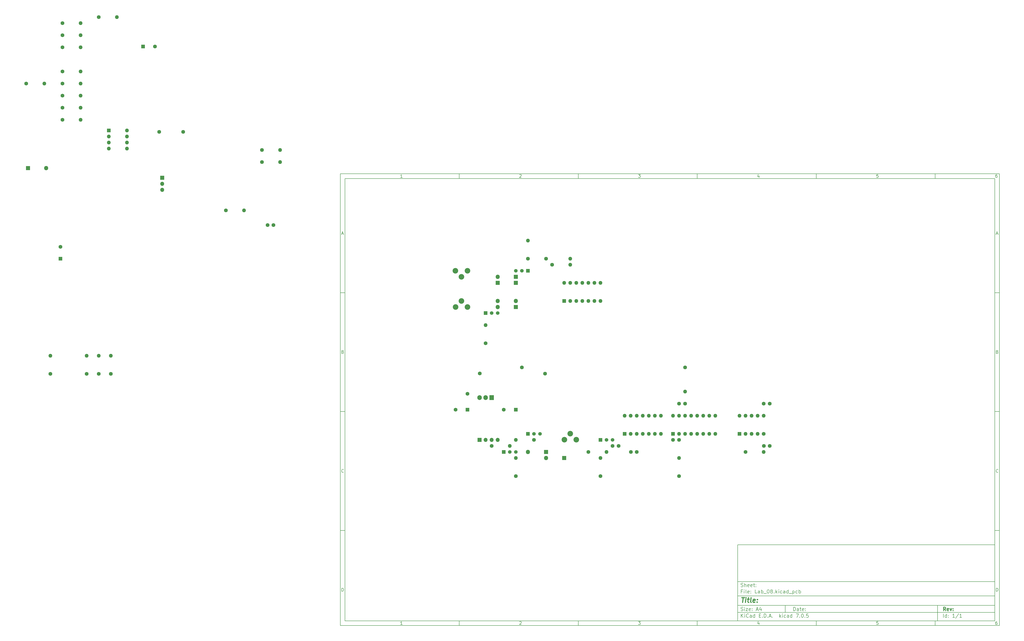
<source format=gbr>
%TF.GenerationSoftware,KiCad,Pcbnew,7.0.5*%
%TF.CreationDate,2024-03-20T11:13:37-04:00*%
%TF.ProjectId,Lab_08,4c61625f-3038-42e6-9b69-6361645f7063,rev?*%
%TF.SameCoordinates,Original*%
%TF.FileFunction,Soldermask,Bot*%
%TF.FilePolarity,Negative*%
%FSLAX46Y46*%
G04 Gerber Fmt 4.6, Leading zero omitted, Abs format (unit mm)*
G04 Created by KiCad (PCBNEW 7.0.5) date 2024-03-20 11:13:37*
%MOMM*%
%LPD*%
G01*
G04 APERTURE LIST*
%ADD10C,0.100000*%
%ADD11C,0.150000*%
%ADD12C,0.300000*%
%ADD13C,0.400000*%
%ADD14C,1.600000*%
%ADD15O,1.600000X1.600000*%
%ADD16C,2.340000*%
%ADD17R,1.500000X1.500000*%
%ADD18C,1.500000*%
%ADD19R,1.800000X1.800000*%
%ADD20O,1.800000X1.800000*%
%ADD21R,1.600000X1.600000*%
%ADD22R,1.700000X1.700000*%
%ADD23O,1.700000X1.700000*%
%ADD24R,1.905000X2.000000*%
%ADD25O,1.905000X2.000000*%
G04 APERTURE END LIST*
D10*
D11*
X177002200Y-166007200D02*
X285002200Y-166007200D01*
X285002200Y-198007200D01*
X177002200Y-198007200D01*
X177002200Y-166007200D01*
D10*
D11*
X10000000Y-10000000D02*
X287002200Y-10000000D01*
X287002200Y-200007200D01*
X10000000Y-200007200D01*
X10000000Y-10000000D01*
D10*
D11*
X12000000Y-12000000D02*
X285002200Y-12000000D01*
X285002200Y-198007200D01*
X12000000Y-198007200D01*
X12000000Y-12000000D01*
D10*
D11*
X60000000Y-12000000D02*
X60000000Y-10000000D01*
D10*
D11*
X110000000Y-12000000D02*
X110000000Y-10000000D01*
D10*
D11*
X160000000Y-12000000D02*
X160000000Y-10000000D01*
D10*
D11*
X210000000Y-12000000D02*
X210000000Y-10000000D01*
D10*
D11*
X260000000Y-12000000D02*
X260000000Y-10000000D01*
D10*
D11*
X36089160Y-11593604D02*
X35346303Y-11593604D01*
X35717731Y-11593604D02*
X35717731Y-10293604D01*
X35717731Y-10293604D02*
X35593922Y-10479319D01*
X35593922Y-10479319D02*
X35470112Y-10603128D01*
X35470112Y-10603128D02*
X35346303Y-10665033D01*
D10*
D11*
X85346303Y-10417414D02*
X85408207Y-10355509D01*
X85408207Y-10355509D02*
X85532017Y-10293604D01*
X85532017Y-10293604D02*
X85841541Y-10293604D01*
X85841541Y-10293604D02*
X85965350Y-10355509D01*
X85965350Y-10355509D02*
X86027255Y-10417414D01*
X86027255Y-10417414D02*
X86089160Y-10541223D01*
X86089160Y-10541223D02*
X86089160Y-10665033D01*
X86089160Y-10665033D02*
X86027255Y-10850747D01*
X86027255Y-10850747D02*
X85284398Y-11593604D01*
X85284398Y-11593604D02*
X86089160Y-11593604D01*
D10*
D11*
X135284398Y-10293604D02*
X136089160Y-10293604D01*
X136089160Y-10293604D02*
X135655826Y-10788842D01*
X135655826Y-10788842D02*
X135841541Y-10788842D01*
X135841541Y-10788842D02*
X135965350Y-10850747D01*
X135965350Y-10850747D02*
X136027255Y-10912652D01*
X136027255Y-10912652D02*
X136089160Y-11036461D01*
X136089160Y-11036461D02*
X136089160Y-11345985D01*
X136089160Y-11345985D02*
X136027255Y-11469795D01*
X136027255Y-11469795D02*
X135965350Y-11531700D01*
X135965350Y-11531700D02*
X135841541Y-11593604D01*
X135841541Y-11593604D02*
X135470112Y-11593604D01*
X135470112Y-11593604D02*
X135346303Y-11531700D01*
X135346303Y-11531700D02*
X135284398Y-11469795D01*
D10*
D11*
X185965350Y-10726938D02*
X185965350Y-11593604D01*
X185655826Y-10231700D02*
X185346303Y-11160271D01*
X185346303Y-11160271D02*
X186151064Y-11160271D01*
D10*
D11*
X236027255Y-10293604D02*
X235408207Y-10293604D01*
X235408207Y-10293604D02*
X235346303Y-10912652D01*
X235346303Y-10912652D02*
X235408207Y-10850747D01*
X235408207Y-10850747D02*
X235532017Y-10788842D01*
X235532017Y-10788842D02*
X235841541Y-10788842D01*
X235841541Y-10788842D02*
X235965350Y-10850747D01*
X235965350Y-10850747D02*
X236027255Y-10912652D01*
X236027255Y-10912652D02*
X236089160Y-11036461D01*
X236089160Y-11036461D02*
X236089160Y-11345985D01*
X236089160Y-11345985D02*
X236027255Y-11469795D01*
X236027255Y-11469795D02*
X235965350Y-11531700D01*
X235965350Y-11531700D02*
X235841541Y-11593604D01*
X235841541Y-11593604D02*
X235532017Y-11593604D01*
X235532017Y-11593604D02*
X235408207Y-11531700D01*
X235408207Y-11531700D02*
X235346303Y-11469795D01*
D10*
D11*
X285965350Y-10293604D02*
X285717731Y-10293604D01*
X285717731Y-10293604D02*
X285593922Y-10355509D01*
X285593922Y-10355509D02*
X285532017Y-10417414D01*
X285532017Y-10417414D02*
X285408207Y-10603128D01*
X285408207Y-10603128D02*
X285346303Y-10850747D01*
X285346303Y-10850747D02*
X285346303Y-11345985D01*
X285346303Y-11345985D02*
X285408207Y-11469795D01*
X285408207Y-11469795D02*
X285470112Y-11531700D01*
X285470112Y-11531700D02*
X285593922Y-11593604D01*
X285593922Y-11593604D02*
X285841541Y-11593604D01*
X285841541Y-11593604D02*
X285965350Y-11531700D01*
X285965350Y-11531700D02*
X286027255Y-11469795D01*
X286027255Y-11469795D02*
X286089160Y-11345985D01*
X286089160Y-11345985D02*
X286089160Y-11036461D01*
X286089160Y-11036461D02*
X286027255Y-10912652D01*
X286027255Y-10912652D02*
X285965350Y-10850747D01*
X285965350Y-10850747D02*
X285841541Y-10788842D01*
X285841541Y-10788842D02*
X285593922Y-10788842D01*
X285593922Y-10788842D02*
X285470112Y-10850747D01*
X285470112Y-10850747D02*
X285408207Y-10912652D01*
X285408207Y-10912652D02*
X285346303Y-11036461D01*
D10*
D11*
X60000000Y-198007200D02*
X60000000Y-200007200D01*
D10*
D11*
X110000000Y-198007200D02*
X110000000Y-200007200D01*
D10*
D11*
X160000000Y-198007200D02*
X160000000Y-200007200D01*
D10*
D11*
X210000000Y-198007200D02*
X210000000Y-200007200D01*
D10*
D11*
X260000000Y-198007200D02*
X260000000Y-200007200D01*
D10*
D11*
X36089160Y-199600804D02*
X35346303Y-199600804D01*
X35717731Y-199600804D02*
X35717731Y-198300804D01*
X35717731Y-198300804D02*
X35593922Y-198486519D01*
X35593922Y-198486519D02*
X35470112Y-198610328D01*
X35470112Y-198610328D02*
X35346303Y-198672233D01*
D10*
D11*
X85346303Y-198424614D02*
X85408207Y-198362709D01*
X85408207Y-198362709D02*
X85532017Y-198300804D01*
X85532017Y-198300804D02*
X85841541Y-198300804D01*
X85841541Y-198300804D02*
X85965350Y-198362709D01*
X85965350Y-198362709D02*
X86027255Y-198424614D01*
X86027255Y-198424614D02*
X86089160Y-198548423D01*
X86089160Y-198548423D02*
X86089160Y-198672233D01*
X86089160Y-198672233D02*
X86027255Y-198857947D01*
X86027255Y-198857947D02*
X85284398Y-199600804D01*
X85284398Y-199600804D02*
X86089160Y-199600804D01*
D10*
D11*
X135284398Y-198300804D02*
X136089160Y-198300804D01*
X136089160Y-198300804D02*
X135655826Y-198796042D01*
X135655826Y-198796042D02*
X135841541Y-198796042D01*
X135841541Y-198796042D02*
X135965350Y-198857947D01*
X135965350Y-198857947D02*
X136027255Y-198919852D01*
X136027255Y-198919852D02*
X136089160Y-199043661D01*
X136089160Y-199043661D02*
X136089160Y-199353185D01*
X136089160Y-199353185D02*
X136027255Y-199476995D01*
X136027255Y-199476995D02*
X135965350Y-199538900D01*
X135965350Y-199538900D02*
X135841541Y-199600804D01*
X135841541Y-199600804D02*
X135470112Y-199600804D01*
X135470112Y-199600804D02*
X135346303Y-199538900D01*
X135346303Y-199538900D02*
X135284398Y-199476995D01*
D10*
D11*
X185965350Y-198734138D02*
X185965350Y-199600804D01*
X185655826Y-198238900D02*
X185346303Y-199167471D01*
X185346303Y-199167471D02*
X186151064Y-199167471D01*
D10*
D11*
X236027255Y-198300804D02*
X235408207Y-198300804D01*
X235408207Y-198300804D02*
X235346303Y-198919852D01*
X235346303Y-198919852D02*
X235408207Y-198857947D01*
X235408207Y-198857947D02*
X235532017Y-198796042D01*
X235532017Y-198796042D02*
X235841541Y-198796042D01*
X235841541Y-198796042D02*
X235965350Y-198857947D01*
X235965350Y-198857947D02*
X236027255Y-198919852D01*
X236027255Y-198919852D02*
X236089160Y-199043661D01*
X236089160Y-199043661D02*
X236089160Y-199353185D01*
X236089160Y-199353185D02*
X236027255Y-199476995D01*
X236027255Y-199476995D02*
X235965350Y-199538900D01*
X235965350Y-199538900D02*
X235841541Y-199600804D01*
X235841541Y-199600804D02*
X235532017Y-199600804D01*
X235532017Y-199600804D02*
X235408207Y-199538900D01*
X235408207Y-199538900D02*
X235346303Y-199476995D01*
D10*
D11*
X285965350Y-198300804D02*
X285717731Y-198300804D01*
X285717731Y-198300804D02*
X285593922Y-198362709D01*
X285593922Y-198362709D02*
X285532017Y-198424614D01*
X285532017Y-198424614D02*
X285408207Y-198610328D01*
X285408207Y-198610328D02*
X285346303Y-198857947D01*
X285346303Y-198857947D02*
X285346303Y-199353185D01*
X285346303Y-199353185D02*
X285408207Y-199476995D01*
X285408207Y-199476995D02*
X285470112Y-199538900D01*
X285470112Y-199538900D02*
X285593922Y-199600804D01*
X285593922Y-199600804D02*
X285841541Y-199600804D01*
X285841541Y-199600804D02*
X285965350Y-199538900D01*
X285965350Y-199538900D02*
X286027255Y-199476995D01*
X286027255Y-199476995D02*
X286089160Y-199353185D01*
X286089160Y-199353185D02*
X286089160Y-199043661D01*
X286089160Y-199043661D02*
X286027255Y-198919852D01*
X286027255Y-198919852D02*
X285965350Y-198857947D01*
X285965350Y-198857947D02*
X285841541Y-198796042D01*
X285841541Y-198796042D02*
X285593922Y-198796042D01*
X285593922Y-198796042D02*
X285470112Y-198857947D01*
X285470112Y-198857947D02*
X285408207Y-198919852D01*
X285408207Y-198919852D02*
X285346303Y-199043661D01*
D10*
D11*
X10000000Y-60000000D02*
X12000000Y-60000000D01*
D10*
D11*
X10000000Y-110000000D02*
X12000000Y-110000000D01*
D10*
D11*
X10000000Y-160000000D02*
X12000000Y-160000000D01*
D10*
D11*
X10690476Y-35222176D02*
X11309523Y-35222176D01*
X10566666Y-35593604D02*
X10999999Y-34293604D01*
X10999999Y-34293604D02*
X11433333Y-35593604D01*
D10*
D11*
X11092857Y-84912652D02*
X11278571Y-84974557D01*
X11278571Y-84974557D02*
X11340476Y-85036461D01*
X11340476Y-85036461D02*
X11402380Y-85160271D01*
X11402380Y-85160271D02*
X11402380Y-85345985D01*
X11402380Y-85345985D02*
X11340476Y-85469795D01*
X11340476Y-85469795D02*
X11278571Y-85531700D01*
X11278571Y-85531700D02*
X11154761Y-85593604D01*
X11154761Y-85593604D02*
X10659523Y-85593604D01*
X10659523Y-85593604D02*
X10659523Y-84293604D01*
X10659523Y-84293604D02*
X11092857Y-84293604D01*
X11092857Y-84293604D02*
X11216666Y-84355509D01*
X11216666Y-84355509D02*
X11278571Y-84417414D01*
X11278571Y-84417414D02*
X11340476Y-84541223D01*
X11340476Y-84541223D02*
X11340476Y-84665033D01*
X11340476Y-84665033D02*
X11278571Y-84788842D01*
X11278571Y-84788842D02*
X11216666Y-84850747D01*
X11216666Y-84850747D02*
X11092857Y-84912652D01*
X11092857Y-84912652D02*
X10659523Y-84912652D01*
D10*
D11*
X11402380Y-135469795D02*
X11340476Y-135531700D01*
X11340476Y-135531700D02*
X11154761Y-135593604D01*
X11154761Y-135593604D02*
X11030952Y-135593604D01*
X11030952Y-135593604D02*
X10845238Y-135531700D01*
X10845238Y-135531700D02*
X10721428Y-135407890D01*
X10721428Y-135407890D02*
X10659523Y-135284080D01*
X10659523Y-135284080D02*
X10597619Y-135036461D01*
X10597619Y-135036461D02*
X10597619Y-134850747D01*
X10597619Y-134850747D02*
X10659523Y-134603128D01*
X10659523Y-134603128D02*
X10721428Y-134479319D01*
X10721428Y-134479319D02*
X10845238Y-134355509D01*
X10845238Y-134355509D02*
X11030952Y-134293604D01*
X11030952Y-134293604D02*
X11154761Y-134293604D01*
X11154761Y-134293604D02*
X11340476Y-134355509D01*
X11340476Y-134355509D02*
X11402380Y-134417414D01*
D10*
D11*
X10659523Y-185593604D02*
X10659523Y-184293604D01*
X10659523Y-184293604D02*
X10969047Y-184293604D01*
X10969047Y-184293604D02*
X11154761Y-184355509D01*
X11154761Y-184355509D02*
X11278571Y-184479319D01*
X11278571Y-184479319D02*
X11340476Y-184603128D01*
X11340476Y-184603128D02*
X11402380Y-184850747D01*
X11402380Y-184850747D02*
X11402380Y-185036461D01*
X11402380Y-185036461D02*
X11340476Y-185284080D01*
X11340476Y-185284080D02*
X11278571Y-185407890D01*
X11278571Y-185407890D02*
X11154761Y-185531700D01*
X11154761Y-185531700D02*
X10969047Y-185593604D01*
X10969047Y-185593604D02*
X10659523Y-185593604D01*
D10*
D11*
X287002200Y-60000000D02*
X285002200Y-60000000D01*
D10*
D11*
X287002200Y-110000000D02*
X285002200Y-110000000D01*
D10*
D11*
X287002200Y-160000000D02*
X285002200Y-160000000D01*
D10*
D11*
X285692676Y-35222176D02*
X286311723Y-35222176D01*
X285568866Y-35593604D02*
X286002199Y-34293604D01*
X286002199Y-34293604D02*
X286435533Y-35593604D01*
D10*
D11*
X286095057Y-84912652D02*
X286280771Y-84974557D01*
X286280771Y-84974557D02*
X286342676Y-85036461D01*
X286342676Y-85036461D02*
X286404580Y-85160271D01*
X286404580Y-85160271D02*
X286404580Y-85345985D01*
X286404580Y-85345985D02*
X286342676Y-85469795D01*
X286342676Y-85469795D02*
X286280771Y-85531700D01*
X286280771Y-85531700D02*
X286156961Y-85593604D01*
X286156961Y-85593604D02*
X285661723Y-85593604D01*
X285661723Y-85593604D02*
X285661723Y-84293604D01*
X285661723Y-84293604D02*
X286095057Y-84293604D01*
X286095057Y-84293604D02*
X286218866Y-84355509D01*
X286218866Y-84355509D02*
X286280771Y-84417414D01*
X286280771Y-84417414D02*
X286342676Y-84541223D01*
X286342676Y-84541223D02*
X286342676Y-84665033D01*
X286342676Y-84665033D02*
X286280771Y-84788842D01*
X286280771Y-84788842D02*
X286218866Y-84850747D01*
X286218866Y-84850747D02*
X286095057Y-84912652D01*
X286095057Y-84912652D02*
X285661723Y-84912652D01*
D10*
D11*
X286404580Y-135469795D02*
X286342676Y-135531700D01*
X286342676Y-135531700D02*
X286156961Y-135593604D01*
X286156961Y-135593604D02*
X286033152Y-135593604D01*
X286033152Y-135593604D02*
X285847438Y-135531700D01*
X285847438Y-135531700D02*
X285723628Y-135407890D01*
X285723628Y-135407890D02*
X285661723Y-135284080D01*
X285661723Y-135284080D02*
X285599819Y-135036461D01*
X285599819Y-135036461D02*
X285599819Y-134850747D01*
X285599819Y-134850747D02*
X285661723Y-134603128D01*
X285661723Y-134603128D02*
X285723628Y-134479319D01*
X285723628Y-134479319D02*
X285847438Y-134355509D01*
X285847438Y-134355509D02*
X286033152Y-134293604D01*
X286033152Y-134293604D02*
X286156961Y-134293604D01*
X286156961Y-134293604D02*
X286342676Y-134355509D01*
X286342676Y-134355509D02*
X286404580Y-134417414D01*
D10*
D11*
X285661723Y-185593604D02*
X285661723Y-184293604D01*
X285661723Y-184293604D02*
X285971247Y-184293604D01*
X285971247Y-184293604D02*
X286156961Y-184355509D01*
X286156961Y-184355509D02*
X286280771Y-184479319D01*
X286280771Y-184479319D02*
X286342676Y-184603128D01*
X286342676Y-184603128D02*
X286404580Y-184850747D01*
X286404580Y-184850747D02*
X286404580Y-185036461D01*
X286404580Y-185036461D02*
X286342676Y-185284080D01*
X286342676Y-185284080D02*
X286280771Y-185407890D01*
X286280771Y-185407890D02*
X286156961Y-185531700D01*
X286156961Y-185531700D02*
X285971247Y-185593604D01*
X285971247Y-185593604D02*
X285661723Y-185593604D01*
D10*
D11*
X200458026Y-193793328D02*
X200458026Y-192293328D01*
X200458026Y-192293328D02*
X200815169Y-192293328D01*
X200815169Y-192293328D02*
X201029455Y-192364757D01*
X201029455Y-192364757D02*
X201172312Y-192507614D01*
X201172312Y-192507614D02*
X201243741Y-192650471D01*
X201243741Y-192650471D02*
X201315169Y-192936185D01*
X201315169Y-192936185D02*
X201315169Y-193150471D01*
X201315169Y-193150471D02*
X201243741Y-193436185D01*
X201243741Y-193436185D02*
X201172312Y-193579042D01*
X201172312Y-193579042D02*
X201029455Y-193721900D01*
X201029455Y-193721900D02*
X200815169Y-193793328D01*
X200815169Y-193793328D02*
X200458026Y-193793328D01*
X202600884Y-193793328D02*
X202600884Y-193007614D01*
X202600884Y-193007614D02*
X202529455Y-192864757D01*
X202529455Y-192864757D02*
X202386598Y-192793328D01*
X202386598Y-192793328D02*
X202100884Y-192793328D01*
X202100884Y-192793328D02*
X201958026Y-192864757D01*
X202600884Y-193721900D02*
X202458026Y-193793328D01*
X202458026Y-193793328D02*
X202100884Y-193793328D01*
X202100884Y-193793328D02*
X201958026Y-193721900D01*
X201958026Y-193721900D02*
X201886598Y-193579042D01*
X201886598Y-193579042D02*
X201886598Y-193436185D01*
X201886598Y-193436185D02*
X201958026Y-193293328D01*
X201958026Y-193293328D02*
X202100884Y-193221900D01*
X202100884Y-193221900D02*
X202458026Y-193221900D01*
X202458026Y-193221900D02*
X202600884Y-193150471D01*
X203100884Y-192793328D02*
X203672312Y-192793328D01*
X203315169Y-192293328D02*
X203315169Y-193579042D01*
X203315169Y-193579042D02*
X203386598Y-193721900D01*
X203386598Y-193721900D02*
X203529455Y-193793328D01*
X203529455Y-193793328D02*
X203672312Y-193793328D01*
X204743741Y-193721900D02*
X204600884Y-193793328D01*
X204600884Y-193793328D02*
X204315170Y-193793328D01*
X204315170Y-193793328D02*
X204172312Y-193721900D01*
X204172312Y-193721900D02*
X204100884Y-193579042D01*
X204100884Y-193579042D02*
X204100884Y-193007614D01*
X204100884Y-193007614D02*
X204172312Y-192864757D01*
X204172312Y-192864757D02*
X204315170Y-192793328D01*
X204315170Y-192793328D02*
X204600884Y-192793328D01*
X204600884Y-192793328D02*
X204743741Y-192864757D01*
X204743741Y-192864757D02*
X204815170Y-193007614D01*
X204815170Y-193007614D02*
X204815170Y-193150471D01*
X204815170Y-193150471D02*
X204100884Y-193293328D01*
X205458026Y-193650471D02*
X205529455Y-193721900D01*
X205529455Y-193721900D02*
X205458026Y-193793328D01*
X205458026Y-193793328D02*
X205386598Y-193721900D01*
X205386598Y-193721900D02*
X205458026Y-193650471D01*
X205458026Y-193650471D02*
X205458026Y-193793328D01*
X205458026Y-192864757D02*
X205529455Y-192936185D01*
X205529455Y-192936185D02*
X205458026Y-193007614D01*
X205458026Y-193007614D02*
X205386598Y-192936185D01*
X205386598Y-192936185D02*
X205458026Y-192864757D01*
X205458026Y-192864757D02*
X205458026Y-193007614D01*
D10*
D11*
X177002200Y-194507200D02*
X285002200Y-194507200D01*
D10*
D11*
X178458026Y-196593328D02*
X178458026Y-195093328D01*
X179315169Y-196593328D02*
X178672312Y-195736185D01*
X179315169Y-195093328D02*
X178458026Y-195950471D01*
X179958026Y-196593328D02*
X179958026Y-195593328D01*
X179958026Y-195093328D02*
X179886598Y-195164757D01*
X179886598Y-195164757D02*
X179958026Y-195236185D01*
X179958026Y-195236185D02*
X180029455Y-195164757D01*
X180029455Y-195164757D02*
X179958026Y-195093328D01*
X179958026Y-195093328D02*
X179958026Y-195236185D01*
X181529455Y-196450471D02*
X181458027Y-196521900D01*
X181458027Y-196521900D02*
X181243741Y-196593328D01*
X181243741Y-196593328D02*
X181100884Y-196593328D01*
X181100884Y-196593328D02*
X180886598Y-196521900D01*
X180886598Y-196521900D02*
X180743741Y-196379042D01*
X180743741Y-196379042D02*
X180672312Y-196236185D01*
X180672312Y-196236185D02*
X180600884Y-195950471D01*
X180600884Y-195950471D02*
X180600884Y-195736185D01*
X180600884Y-195736185D02*
X180672312Y-195450471D01*
X180672312Y-195450471D02*
X180743741Y-195307614D01*
X180743741Y-195307614D02*
X180886598Y-195164757D01*
X180886598Y-195164757D02*
X181100884Y-195093328D01*
X181100884Y-195093328D02*
X181243741Y-195093328D01*
X181243741Y-195093328D02*
X181458027Y-195164757D01*
X181458027Y-195164757D02*
X181529455Y-195236185D01*
X182815170Y-196593328D02*
X182815170Y-195807614D01*
X182815170Y-195807614D02*
X182743741Y-195664757D01*
X182743741Y-195664757D02*
X182600884Y-195593328D01*
X182600884Y-195593328D02*
X182315170Y-195593328D01*
X182315170Y-195593328D02*
X182172312Y-195664757D01*
X182815170Y-196521900D02*
X182672312Y-196593328D01*
X182672312Y-196593328D02*
X182315170Y-196593328D01*
X182315170Y-196593328D02*
X182172312Y-196521900D01*
X182172312Y-196521900D02*
X182100884Y-196379042D01*
X182100884Y-196379042D02*
X182100884Y-196236185D01*
X182100884Y-196236185D02*
X182172312Y-196093328D01*
X182172312Y-196093328D02*
X182315170Y-196021900D01*
X182315170Y-196021900D02*
X182672312Y-196021900D01*
X182672312Y-196021900D02*
X182815170Y-195950471D01*
X184172313Y-196593328D02*
X184172313Y-195093328D01*
X184172313Y-196521900D02*
X184029455Y-196593328D01*
X184029455Y-196593328D02*
X183743741Y-196593328D01*
X183743741Y-196593328D02*
X183600884Y-196521900D01*
X183600884Y-196521900D02*
X183529455Y-196450471D01*
X183529455Y-196450471D02*
X183458027Y-196307614D01*
X183458027Y-196307614D02*
X183458027Y-195879042D01*
X183458027Y-195879042D02*
X183529455Y-195736185D01*
X183529455Y-195736185D02*
X183600884Y-195664757D01*
X183600884Y-195664757D02*
X183743741Y-195593328D01*
X183743741Y-195593328D02*
X184029455Y-195593328D01*
X184029455Y-195593328D02*
X184172313Y-195664757D01*
X186029455Y-195807614D02*
X186529455Y-195807614D01*
X186743741Y-196593328D02*
X186029455Y-196593328D01*
X186029455Y-196593328D02*
X186029455Y-195093328D01*
X186029455Y-195093328D02*
X186743741Y-195093328D01*
X187386598Y-196450471D02*
X187458027Y-196521900D01*
X187458027Y-196521900D02*
X187386598Y-196593328D01*
X187386598Y-196593328D02*
X187315170Y-196521900D01*
X187315170Y-196521900D02*
X187386598Y-196450471D01*
X187386598Y-196450471D02*
X187386598Y-196593328D01*
X188100884Y-196593328D02*
X188100884Y-195093328D01*
X188100884Y-195093328D02*
X188458027Y-195093328D01*
X188458027Y-195093328D02*
X188672313Y-195164757D01*
X188672313Y-195164757D02*
X188815170Y-195307614D01*
X188815170Y-195307614D02*
X188886599Y-195450471D01*
X188886599Y-195450471D02*
X188958027Y-195736185D01*
X188958027Y-195736185D02*
X188958027Y-195950471D01*
X188958027Y-195950471D02*
X188886599Y-196236185D01*
X188886599Y-196236185D02*
X188815170Y-196379042D01*
X188815170Y-196379042D02*
X188672313Y-196521900D01*
X188672313Y-196521900D02*
X188458027Y-196593328D01*
X188458027Y-196593328D02*
X188100884Y-196593328D01*
X189600884Y-196450471D02*
X189672313Y-196521900D01*
X189672313Y-196521900D02*
X189600884Y-196593328D01*
X189600884Y-196593328D02*
X189529456Y-196521900D01*
X189529456Y-196521900D02*
X189600884Y-196450471D01*
X189600884Y-196450471D02*
X189600884Y-196593328D01*
X190243742Y-196164757D02*
X190958028Y-196164757D01*
X190100885Y-196593328D02*
X190600885Y-195093328D01*
X190600885Y-195093328D02*
X191100885Y-196593328D01*
X191600884Y-196450471D02*
X191672313Y-196521900D01*
X191672313Y-196521900D02*
X191600884Y-196593328D01*
X191600884Y-196593328D02*
X191529456Y-196521900D01*
X191529456Y-196521900D02*
X191600884Y-196450471D01*
X191600884Y-196450471D02*
X191600884Y-196593328D01*
X194600884Y-196593328D02*
X194600884Y-195093328D01*
X194743742Y-196021900D02*
X195172313Y-196593328D01*
X195172313Y-195593328D02*
X194600884Y-196164757D01*
X195815170Y-196593328D02*
X195815170Y-195593328D01*
X195815170Y-195093328D02*
X195743742Y-195164757D01*
X195743742Y-195164757D02*
X195815170Y-195236185D01*
X195815170Y-195236185D02*
X195886599Y-195164757D01*
X195886599Y-195164757D02*
X195815170Y-195093328D01*
X195815170Y-195093328D02*
X195815170Y-195236185D01*
X197172314Y-196521900D02*
X197029456Y-196593328D01*
X197029456Y-196593328D02*
X196743742Y-196593328D01*
X196743742Y-196593328D02*
X196600885Y-196521900D01*
X196600885Y-196521900D02*
X196529456Y-196450471D01*
X196529456Y-196450471D02*
X196458028Y-196307614D01*
X196458028Y-196307614D02*
X196458028Y-195879042D01*
X196458028Y-195879042D02*
X196529456Y-195736185D01*
X196529456Y-195736185D02*
X196600885Y-195664757D01*
X196600885Y-195664757D02*
X196743742Y-195593328D01*
X196743742Y-195593328D02*
X197029456Y-195593328D01*
X197029456Y-195593328D02*
X197172314Y-195664757D01*
X198458028Y-196593328D02*
X198458028Y-195807614D01*
X198458028Y-195807614D02*
X198386599Y-195664757D01*
X198386599Y-195664757D02*
X198243742Y-195593328D01*
X198243742Y-195593328D02*
X197958028Y-195593328D01*
X197958028Y-195593328D02*
X197815170Y-195664757D01*
X198458028Y-196521900D02*
X198315170Y-196593328D01*
X198315170Y-196593328D02*
X197958028Y-196593328D01*
X197958028Y-196593328D02*
X197815170Y-196521900D01*
X197815170Y-196521900D02*
X197743742Y-196379042D01*
X197743742Y-196379042D02*
X197743742Y-196236185D01*
X197743742Y-196236185D02*
X197815170Y-196093328D01*
X197815170Y-196093328D02*
X197958028Y-196021900D01*
X197958028Y-196021900D02*
X198315170Y-196021900D01*
X198315170Y-196021900D02*
X198458028Y-195950471D01*
X199815171Y-196593328D02*
X199815171Y-195093328D01*
X199815171Y-196521900D02*
X199672313Y-196593328D01*
X199672313Y-196593328D02*
X199386599Y-196593328D01*
X199386599Y-196593328D02*
X199243742Y-196521900D01*
X199243742Y-196521900D02*
X199172313Y-196450471D01*
X199172313Y-196450471D02*
X199100885Y-196307614D01*
X199100885Y-196307614D02*
X199100885Y-195879042D01*
X199100885Y-195879042D02*
X199172313Y-195736185D01*
X199172313Y-195736185D02*
X199243742Y-195664757D01*
X199243742Y-195664757D02*
X199386599Y-195593328D01*
X199386599Y-195593328D02*
X199672313Y-195593328D01*
X199672313Y-195593328D02*
X199815171Y-195664757D01*
X201529456Y-195093328D02*
X202529456Y-195093328D01*
X202529456Y-195093328D02*
X201886599Y-196593328D01*
X203100884Y-196450471D02*
X203172313Y-196521900D01*
X203172313Y-196521900D02*
X203100884Y-196593328D01*
X203100884Y-196593328D02*
X203029456Y-196521900D01*
X203029456Y-196521900D02*
X203100884Y-196450471D01*
X203100884Y-196450471D02*
X203100884Y-196593328D01*
X204100885Y-195093328D02*
X204243742Y-195093328D01*
X204243742Y-195093328D02*
X204386599Y-195164757D01*
X204386599Y-195164757D02*
X204458028Y-195236185D01*
X204458028Y-195236185D02*
X204529456Y-195379042D01*
X204529456Y-195379042D02*
X204600885Y-195664757D01*
X204600885Y-195664757D02*
X204600885Y-196021900D01*
X204600885Y-196021900D02*
X204529456Y-196307614D01*
X204529456Y-196307614D02*
X204458028Y-196450471D01*
X204458028Y-196450471D02*
X204386599Y-196521900D01*
X204386599Y-196521900D02*
X204243742Y-196593328D01*
X204243742Y-196593328D02*
X204100885Y-196593328D01*
X204100885Y-196593328D02*
X203958028Y-196521900D01*
X203958028Y-196521900D02*
X203886599Y-196450471D01*
X203886599Y-196450471D02*
X203815170Y-196307614D01*
X203815170Y-196307614D02*
X203743742Y-196021900D01*
X203743742Y-196021900D02*
X203743742Y-195664757D01*
X203743742Y-195664757D02*
X203815170Y-195379042D01*
X203815170Y-195379042D02*
X203886599Y-195236185D01*
X203886599Y-195236185D02*
X203958028Y-195164757D01*
X203958028Y-195164757D02*
X204100885Y-195093328D01*
X205243741Y-196450471D02*
X205315170Y-196521900D01*
X205315170Y-196521900D02*
X205243741Y-196593328D01*
X205243741Y-196593328D02*
X205172313Y-196521900D01*
X205172313Y-196521900D02*
X205243741Y-196450471D01*
X205243741Y-196450471D02*
X205243741Y-196593328D01*
X206672313Y-195093328D02*
X205958027Y-195093328D01*
X205958027Y-195093328D02*
X205886599Y-195807614D01*
X205886599Y-195807614D02*
X205958027Y-195736185D01*
X205958027Y-195736185D02*
X206100885Y-195664757D01*
X206100885Y-195664757D02*
X206458027Y-195664757D01*
X206458027Y-195664757D02*
X206600885Y-195736185D01*
X206600885Y-195736185D02*
X206672313Y-195807614D01*
X206672313Y-195807614D02*
X206743742Y-195950471D01*
X206743742Y-195950471D02*
X206743742Y-196307614D01*
X206743742Y-196307614D02*
X206672313Y-196450471D01*
X206672313Y-196450471D02*
X206600885Y-196521900D01*
X206600885Y-196521900D02*
X206458027Y-196593328D01*
X206458027Y-196593328D02*
X206100885Y-196593328D01*
X206100885Y-196593328D02*
X205958027Y-196521900D01*
X205958027Y-196521900D02*
X205886599Y-196450471D01*
D10*
D11*
X177002200Y-191507200D02*
X285002200Y-191507200D01*
D10*
D12*
X264413853Y-193785528D02*
X263913853Y-193071242D01*
X263556710Y-193785528D02*
X263556710Y-192285528D01*
X263556710Y-192285528D02*
X264128139Y-192285528D01*
X264128139Y-192285528D02*
X264270996Y-192356957D01*
X264270996Y-192356957D02*
X264342425Y-192428385D01*
X264342425Y-192428385D02*
X264413853Y-192571242D01*
X264413853Y-192571242D02*
X264413853Y-192785528D01*
X264413853Y-192785528D02*
X264342425Y-192928385D01*
X264342425Y-192928385D02*
X264270996Y-192999814D01*
X264270996Y-192999814D02*
X264128139Y-193071242D01*
X264128139Y-193071242D02*
X263556710Y-193071242D01*
X265628139Y-193714100D02*
X265485282Y-193785528D01*
X265485282Y-193785528D02*
X265199568Y-193785528D01*
X265199568Y-193785528D02*
X265056710Y-193714100D01*
X265056710Y-193714100D02*
X264985282Y-193571242D01*
X264985282Y-193571242D02*
X264985282Y-192999814D01*
X264985282Y-192999814D02*
X265056710Y-192856957D01*
X265056710Y-192856957D02*
X265199568Y-192785528D01*
X265199568Y-192785528D02*
X265485282Y-192785528D01*
X265485282Y-192785528D02*
X265628139Y-192856957D01*
X265628139Y-192856957D02*
X265699568Y-192999814D01*
X265699568Y-192999814D02*
X265699568Y-193142671D01*
X265699568Y-193142671D02*
X264985282Y-193285528D01*
X266199567Y-192785528D02*
X266556710Y-193785528D01*
X266556710Y-193785528D02*
X266913853Y-192785528D01*
X267485281Y-193642671D02*
X267556710Y-193714100D01*
X267556710Y-193714100D02*
X267485281Y-193785528D01*
X267485281Y-193785528D02*
X267413853Y-193714100D01*
X267413853Y-193714100D02*
X267485281Y-193642671D01*
X267485281Y-193642671D02*
X267485281Y-193785528D01*
X267485281Y-192856957D02*
X267556710Y-192928385D01*
X267556710Y-192928385D02*
X267485281Y-192999814D01*
X267485281Y-192999814D02*
X267413853Y-192928385D01*
X267413853Y-192928385D02*
X267485281Y-192856957D01*
X267485281Y-192856957D02*
X267485281Y-192999814D01*
D10*
D11*
X178386598Y-193721900D02*
X178600884Y-193793328D01*
X178600884Y-193793328D02*
X178958026Y-193793328D01*
X178958026Y-193793328D02*
X179100884Y-193721900D01*
X179100884Y-193721900D02*
X179172312Y-193650471D01*
X179172312Y-193650471D02*
X179243741Y-193507614D01*
X179243741Y-193507614D02*
X179243741Y-193364757D01*
X179243741Y-193364757D02*
X179172312Y-193221900D01*
X179172312Y-193221900D02*
X179100884Y-193150471D01*
X179100884Y-193150471D02*
X178958026Y-193079042D01*
X178958026Y-193079042D02*
X178672312Y-193007614D01*
X178672312Y-193007614D02*
X178529455Y-192936185D01*
X178529455Y-192936185D02*
X178458026Y-192864757D01*
X178458026Y-192864757D02*
X178386598Y-192721900D01*
X178386598Y-192721900D02*
X178386598Y-192579042D01*
X178386598Y-192579042D02*
X178458026Y-192436185D01*
X178458026Y-192436185D02*
X178529455Y-192364757D01*
X178529455Y-192364757D02*
X178672312Y-192293328D01*
X178672312Y-192293328D02*
X179029455Y-192293328D01*
X179029455Y-192293328D02*
X179243741Y-192364757D01*
X179886597Y-193793328D02*
X179886597Y-192793328D01*
X179886597Y-192293328D02*
X179815169Y-192364757D01*
X179815169Y-192364757D02*
X179886597Y-192436185D01*
X179886597Y-192436185D02*
X179958026Y-192364757D01*
X179958026Y-192364757D02*
X179886597Y-192293328D01*
X179886597Y-192293328D02*
X179886597Y-192436185D01*
X180458026Y-192793328D02*
X181243741Y-192793328D01*
X181243741Y-192793328D02*
X180458026Y-193793328D01*
X180458026Y-193793328D02*
X181243741Y-193793328D01*
X182386598Y-193721900D02*
X182243741Y-193793328D01*
X182243741Y-193793328D02*
X181958027Y-193793328D01*
X181958027Y-193793328D02*
X181815169Y-193721900D01*
X181815169Y-193721900D02*
X181743741Y-193579042D01*
X181743741Y-193579042D02*
X181743741Y-193007614D01*
X181743741Y-193007614D02*
X181815169Y-192864757D01*
X181815169Y-192864757D02*
X181958027Y-192793328D01*
X181958027Y-192793328D02*
X182243741Y-192793328D01*
X182243741Y-192793328D02*
X182386598Y-192864757D01*
X182386598Y-192864757D02*
X182458027Y-193007614D01*
X182458027Y-193007614D02*
X182458027Y-193150471D01*
X182458027Y-193150471D02*
X181743741Y-193293328D01*
X183100883Y-193650471D02*
X183172312Y-193721900D01*
X183172312Y-193721900D02*
X183100883Y-193793328D01*
X183100883Y-193793328D02*
X183029455Y-193721900D01*
X183029455Y-193721900D02*
X183100883Y-193650471D01*
X183100883Y-193650471D02*
X183100883Y-193793328D01*
X183100883Y-192864757D02*
X183172312Y-192936185D01*
X183172312Y-192936185D02*
X183100883Y-193007614D01*
X183100883Y-193007614D02*
X183029455Y-192936185D01*
X183029455Y-192936185D02*
X183100883Y-192864757D01*
X183100883Y-192864757D02*
X183100883Y-193007614D01*
X184886598Y-193364757D02*
X185600884Y-193364757D01*
X184743741Y-193793328D02*
X185243741Y-192293328D01*
X185243741Y-192293328D02*
X185743741Y-193793328D01*
X186886598Y-192793328D02*
X186886598Y-193793328D01*
X186529455Y-192221900D02*
X186172312Y-193293328D01*
X186172312Y-193293328D02*
X187100883Y-193293328D01*
D10*
D11*
X263458026Y-196593328D02*
X263458026Y-195093328D01*
X264815170Y-196593328D02*
X264815170Y-195093328D01*
X264815170Y-196521900D02*
X264672312Y-196593328D01*
X264672312Y-196593328D02*
X264386598Y-196593328D01*
X264386598Y-196593328D02*
X264243741Y-196521900D01*
X264243741Y-196521900D02*
X264172312Y-196450471D01*
X264172312Y-196450471D02*
X264100884Y-196307614D01*
X264100884Y-196307614D02*
X264100884Y-195879042D01*
X264100884Y-195879042D02*
X264172312Y-195736185D01*
X264172312Y-195736185D02*
X264243741Y-195664757D01*
X264243741Y-195664757D02*
X264386598Y-195593328D01*
X264386598Y-195593328D02*
X264672312Y-195593328D01*
X264672312Y-195593328D02*
X264815170Y-195664757D01*
X265529455Y-196450471D02*
X265600884Y-196521900D01*
X265600884Y-196521900D02*
X265529455Y-196593328D01*
X265529455Y-196593328D02*
X265458027Y-196521900D01*
X265458027Y-196521900D02*
X265529455Y-196450471D01*
X265529455Y-196450471D02*
X265529455Y-196593328D01*
X265529455Y-195664757D02*
X265600884Y-195736185D01*
X265600884Y-195736185D02*
X265529455Y-195807614D01*
X265529455Y-195807614D02*
X265458027Y-195736185D01*
X265458027Y-195736185D02*
X265529455Y-195664757D01*
X265529455Y-195664757D02*
X265529455Y-195807614D01*
X268172313Y-196593328D02*
X267315170Y-196593328D01*
X267743741Y-196593328D02*
X267743741Y-195093328D01*
X267743741Y-195093328D02*
X267600884Y-195307614D01*
X267600884Y-195307614D02*
X267458027Y-195450471D01*
X267458027Y-195450471D02*
X267315170Y-195521900D01*
X269886598Y-195021900D02*
X268600884Y-196950471D01*
X271172313Y-196593328D02*
X270315170Y-196593328D01*
X270743741Y-196593328D02*
X270743741Y-195093328D01*
X270743741Y-195093328D02*
X270600884Y-195307614D01*
X270600884Y-195307614D02*
X270458027Y-195450471D01*
X270458027Y-195450471D02*
X270315170Y-195521900D01*
D10*
D11*
X177002200Y-187507200D02*
X285002200Y-187507200D01*
D10*
D13*
X178693928Y-188211638D02*
X179836785Y-188211638D01*
X179015357Y-190211638D02*
X179265357Y-188211638D01*
X180253452Y-190211638D02*
X180420119Y-188878304D01*
X180503452Y-188211638D02*
X180396309Y-188306876D01*
X180396309Y-188306876D02*
X180479643Y-188402114D01*
X180479643Y-188402114D02*
X180586786Y-188306876D01*
X180586786Y-188306876D02*
X180503452Y-188211638D01*
X180503452Y-188211638D02*
X180479643Y-188402114D01*
X181086786Y-188878304D02*
X181848690Y-188878304D01*
X181455833Y-188211638D02*
X181241548Y-189925923D01*
X181241548Y-189925923D02*
X181312976Y-190116400D01*
X181312976Y-190116400D02*
X181491548Y-190211638D01*
X181491548Y-190211638D02*
X181682024Y-190211638D01*
X182634405Y-190211638D02*
X182455833Y-190116400D01*
X182455833Y-190116400D02*
X182384405Y-189925923D01*
X182384405Y-189925923D02*
X182598690Y-188211638D01*
X184170119Y-190116400D02*
X183967738Y-190211638D01*
X183967738Y-190211638D02*
X183586785Y-190211638D01*
X183586785Y-190211638D02*
X183408214Y-190116400D01*
X183408214Y-190116400D02*
X183336785Y-189925923D01*
X183336785Y-189925923D02*
X183432024Y-189164019D01*
X183432024Y-189164019D02*
X183551071Y-188973542D01*
X183551071Y-188973542D02*
X183753452Y-188878304D01*
X183753452Y-188878304D02*
X184134404Y-188878304D01*
X184134404Y-188878304D02*
X184312976Y-188973542D01*
X184312976Y-188973542D02*
X184384404Y-189164019D01*
X184384404Y-189164019D02*
X184360595Y-189354495D01*
X184360595Y-189354495D02*
X183384404Y-189544971D01*
X185134405Y-190021161D02*
X185217738Y-190116400D01*
X185217738Y-190116400D02*
X185110595Y-190211638D01*
X185110595Y-190211638D02*
X185027262Y-190116400D01*
X185027262Y-190116400D02*
X185134405Y-190021161D01*
X185134405Y-190021161D02*
X185110595Y-190211638D01*
X185265357Y-188973542D02*
X185348690Y-189068780D01*
X185348690Y-189068780D02*
X185241548Y-189164019D01*
X185241548Y-189164019D02*
X185158214Y-189068780D01*
X185158214Y-189068780D02*
X185265357Y-188973542D01*
X185265357Y-188973542D02*
X185241548Y-189164019D01*
D10*
D11*
X178958026Y-185607614D02*
X178458026Y-185607614D01*
X178458026Y-186393328D02*
X178458026Y-184893328D01*
X178458026Y-184893328D02*
X179172312Y-184893328D01*
X179743740Y-186393328D02*
X179743740Y-185393328D01*
X179743740Y-184893328D02*
X179672312Y-184964757D01*
X179672312Y-184964757D02*
X179743740Y-185036185D01*
X179743740Y-185036185D02*
X179815169Y-184964757D01*
X179815169Y-184964757D02*
X179743740Y-184893328D01*
X179743740Y-184893328D02*
X179743740Y-185036185D01*
X180672312Y-186393328D02*
X180529455Y-186321900D01*
X180529455Y-186321900D02*
X180458026Y-186179042D01*
X180458026Y-186179042D02*
X180458026Y-184893328D01*
X181815169Y-186321900D02*
X181672312Y-186393328D01*
X181672312Y-186393328D02*
X181386598Y-186393328D01*
X181386598Y-186393328D02*
X181243740Y-186321900D01*
X181243740Y-186321900D02*
X181172312Y-186179042D01*
X181172312Y-186179042D02*
X181172312Y-185607614D01*
X181172312Y-185607614D02*
X181243740Y-185464757D01*
X181243740Y-185464757D02*
X181386598Y-185393328D01*
X181386598Y-185393328D02*
X181672312Y-185393328D01*
X181672312Y-185393328D02*
X181815169Y-185464757D01*
X181815169Y-185464757D02*
X181886598Y-185607614D01*
X181886598Y-185607614D02*
X181886598Y-185750471D01*
X181886598Y-185750471D02*
X181172312Y-185893328D01*
X182529454Y-186250471D02*
X182600883Y-186321900D01*
X182600883Y-186321900D02*
X182529454Y-186393328D01*
X182529454Y-186393328D02*
X182458026Y-186321900D01*
X182458026Y-186321900D02*
X182529454Y-186250471D01*
X182529454Y-186250471D02*
X182529454Y-186393328D01*
X182529454Y-185464757D02*
X182600883Y-185536185D01*
X182600883Y-185536185D02*
X182529454Y-185607614D01*
X182529454Y-185607614D02*
X182458026Y-185536185D01*
X182458026Y-185536185D02*
X182529454Y-185464757D01*
X182529454Y-185464757D02*
X182529454Y-185607614D01*
X185100883Y-186393328D02*
X184386597Y-186393328D01*
X184386597Y-186393328D02*
X184386597Y-184893328D01*
X186243741Y-186393328D02*
X186243741Y-185607614D01*
X186243741Y-185607614D02*
X186172312Y-185464757D01*
X186172312Y-185464757D02*
X186029455Y-185393328D01*
X186029455Y-185393328D02*
X185743741Y-185393328D01*
X185743741Y-185393328D02*
X185600883Y-185464757D01*
X186243741Y-186321900D02*
X186100883Y-186393328D01*
X186100883Y-186393328D02*
X185743741Y-186393328D01*
X185743741Y-186393328D02*
X185600883Y-186321900D01*
X185600883Y-186321900D02*
X185529455Y-186179042D01*
X185529455Y-186179042D02*
X185529455Y-186036185D01*
X185529455Y-186036185D02*
X185600883Y-185893328D01*
X185600883Y-185893328D02*
X185743741Y-185821900D01*
X185743741Y-185821900D02*
X186100883Y-185821900D01*
X186100883Y-185821900D02*
X186243741Y-185750471D01*
X186958026Y-186393328D02*
X186958026Y-184893328D01*
X186958026Y-185464757D02*
X187100884Y-185393328D01*
X187100884Y-185393328D02*
X187386598Y-185393328D01*
X187386598Y-185393328D02*
X187529455Y-185464757D01*
X187529455Y-185464757D02*
X187600884Y-185536185D01*
X187600884Y-185536185D02*
X187672312Y-185679042D01*
X187672312Y-185679042D02*
X187672312Y-186107614D01*
X187672312Y-186107614D02*
X187600884Y-186250471D01*
X187600884Y-186250471D02*
X187529455Y-186321900D01*
X187529455Y-186321900D02*
X187386598Y-186393328D01*
X187386598Y-186393328D02*
X187100884Y-186393328D01*
X187100884Y-186393328D02*
X186958026Y-186321900D01*
X187958027Y-186536185D02*
X189100884Y-186536185D01*
X189743741Y-184893328D02*
X189886598Y-184893328D01*
X189886598Y-184893328D02*
X190029455Y-184964757D01*
X190029455Y-184964757D02*
X190100884Y-185036185D01*
X190100884Y-185036185D02*
X190172312Y-185179042D01*
X190172312Y-185179042D02*
X190243741Y-185464757D01*
X190243741Y-185464757D02*
X190243741Y-185821900D01*
X190243741Y-185821900D02*
X190172312Y-186107614D01*
X190172312Y-186107614D02*
X190100884Y-186250471D01*
X190100884Y-186250471D02*
X190029455Y-186321900D01*
X190029455Y-186321900D02*
X189886598Y-186393328D01*
X189886598Y-186393328D02*
X189743741Y-186393328D01*
X189743741Y-186393328D02*
X189600884Y-186321900D01*
X189600884Y-186321900D02*
X189529455Y-186250471D01*
X189529455Y-186250471D02*
X189458026Y-186107614D01*
X189458026Y-186107614D02*
X189386598Y-185821900D01*
X189386598Y-185821900D02*
X189386598Y-185464757D01*
X189386598Y-185464757D02*
X189458026Y-185179042D01*
X189458026Y-185179042D02*
X189529455Y-185036185D01*
X189529455Y-185036185D02*
X189600884Y-184964757D01*
X189600884Y-184964757D02*
X189743741Y-184893328D01*
X191100883Y-185536185D02*
X190958026Y-185464757D01*
X190958026Y-185464757D02*
X190886597Y-185393328D01*
X190886597Y-185393328D02*
X190815169Y-185250471D01*
X190815169Y-185250471D02*
X190815169Y-185179042D01*
X190815169Y-185179042D02*
X190886597Y-185036185D01*
X190886597Y-185036185D02*
X190958026Y-184964757D01*
X190958026Y-184964757D02*
X191100883Y-184893328D01*
X191100883Y-184893328D02*
X191386597Y-184893328D01*
X191386597Y-184893328D02*
X191529455Y-184964757D01*
X191529455Y-184964757D02*
X191600883Y-185036185D01*
X191600883Y-185036185D02*
X191672312Y-185179042D01*
X191672312Y-185179042D02*
X191672312Y-185250471D01*
X191672312Y-185250471D02*
X191600883Y-185393328D01*
X191600883Y-185393328D02*
X191529455Y-185464757D01*
X191529455Y-185464757D02*
X191386597Y-185536185D01*
X191386597Y-185536185D02*
X191100883Y-185536185D01*
X191100883Y-185536185D02*
X190958026Y-185607614D01*
X190958026Y-185607614D02*
X190886597Y-185679042D01*
X190886597Y-185679042D02*
X190815169Y-185821900D01*
X190815169Y-185821900D02*
X190815169Y-186107614D01*
X190815169Y-186107614D02*
X190886597Y-186250471D01*
X190886597Y-186250471D02*
X190958026Y-186321900D01*
X190958026Y-186321900D02*
X191100883Y-186393328D01*
X191100883Y-186393328D02*
X191386597Y-186393328D01*
X191386597Y-186393328D02*
X191529455Y-186321900D01*
X191529455Y-186321900D02*
X191600883Y-186250471D01*
X191600883Y-186250471D02*
X191672312Y-186107614D01*
X191672312Y-186107614D02*
X191672312Y-185821900D01*
X191672312Y-185821900D02*
X191600883Y-185679042D01*
X191600883Y-185679042D02*
X191529455Y-185607614D01*
X191529455Y-185607614D02*
X191386597Y-185536185D01*
X192315168Y-186250471D02*
X192386597Y-186321900D01*
X192386597Y-186321900D02*
X192315168Y-186393328D01*
X192315168Y-186393328D02*
X192243740Y-186321900D01*
X192243740Y-186321900D02*
X192315168Y-186250471D01*
X192315168Y-186250471D02*
X192315168Y-186393328D01*
X193029454Y-186393328D02*
X193029454Y-184893328D01*
X193172312Y-185821900D02*
X193600883Y-186393328D01*
X193600883Y-185393328D02*
X193029454Y-185964757D01*
X194243740Y-186393328D02*
X194243740Y-185393328D01*
X194243740Y-184893328D02*
X194172312Y-184964757D01*
X194172312Y-184964757D02*
X194243740Y-185036185D01*
X194243740Y-185036185D02*
X194315169Y-184964757D01*
X194315169Y-184964757D02*
X194243740Y-184893328D01*
X194243740Y-184893328D02*
X194243740Y-185036185D01*
X195600884Y-186321900D02*
X195458026Y-186393328D01*
X195458026Y-186393328D02*
X195172312Y-186393328D01*
X195172312Y-186393328D02*
X195029455Y-186321900D01*
X195029455Y-186321900D02*
X194958026Y-186250471D01*
X194958026Y-186250471D02*
X194886598Y-186107614D01*
X194886598Y-186107614D02*
X194886598Y-185679042D01*
X194886598Y-185679042D02*
X194958026Y-185536185D01*
X194958026Y-185536185D02*
X195029455Y-185464757D01*
X195029455Y-185464757D02*
X195172312Y-185393328D01*
X195172312Y-185393328D02*
X195458026Y-185393328D01*
X195458026Y-185393328D02*
X195600884Y-185464757D01*
X196886598Y-186393328D02*
X196886598Y-185607614D01*
X196886598Y-185607614D02*
X196815169Y-185464757D01*
X196815169Y-185464757D02*
X196672312Y-185393328D01*
X196672312Y-185393328D02*
X196386598Y-185393328D01*
X196386598Y-185393328D02*
X196243740Y-185464757D01*
X196886598Y-186321900D02*
X196743740Y-186393328D01*
X196743740Y-186393328D02*
X196386598Y-186393328D01*
X196386598Y-186393328D02*
X196243740Y-186321900D01*
X196243740Y-186321900D02*
X196172312Y-186179042D01*
X196172312Y-186179042D02*
X196172312Y-186036185D01*
X196172312Y-186036185D02*
X196243740Y-185893328D01*
X196243740Y-185893328D02*
X196386598Y-185821900D01*
X196386598Y-185821900D02*
X196743740Y-185821900D01*
X196743740Y-185821900D02*
X196886598Y-185750471D01*
X198243741Y-186393328D02*
X198243741Y-184893328D01*
X198243741Y-186321900D02*
X198100883Y-186393328D01*
X198100883Y-186393328D02*
X197815169Y-186393328D01*
X197815169Y-186393328D02*
X197672312Y-186321900D01*
X197672312Y-186321900D02*
X197600883Y-186250471D01*
X197600883Y-186250471D02*
X197529455Y-186107614D01*
X197529455Y-186107614D02*
X197529455Y-185679042D01*
X197529455Y-185679042D02*
X197600883Y-185536185D01*
X197600883Y-185536185D02*
X197672312Y-185464757D01*
X197672312Y-185464757D02*
X197815169Y-185393328D01*
X197815169Y-185393328D02*
X198100883Y-185393328D01*
X198100883Y-185393328D02*
X198243741Y-185464757D01*
X198600884Y-186536185D02*
X199743741Y-186536185D01*
X200100883Y-185393328D02*
X200100883Y-186893328D01*
X200100883Y-185464757D02*
X200243741Y-185393328D01*
X200243741Y-185393328D02*
X200529455Y-185393328D01*
X200529455Y-185393328D02*
X200672312Y-185464757D01*
X200672312Y-185464757D02*
X200743741Y-185536185D01*
X200743741Y-185536185D02*
X200815169Y-185679042D01*
X200815169Y-185679042D02*
X200815169Y-186107614D01*
X200815169Y-186107614D02*
X200743741Y-186250471D01*
X200743741Y-186250471D02*
X200672312Y-186321900D01*
X200672312Y-186321900D02*
X200529455Y-186393328D01*
X200529455Y-186393328D02*
X200243741Y-186393328D01*
X200243741Y-186393328D02*
X200100883Y-186321900D01*
X202100884Y-186321900D02*
X201958026Y-186393328D01*
X201958026Y-186393328D02*
X201672312Y-186393328D01*
X201672312Y-186393328D02*
X201529455Y-186321900D01*
X201529455Y-186321900D02*
X201458026Y-186250471D01*
X201458026Y-186250471D02*
X201386598Y-186107614D01*
X201386598Y-186107614D02*
X201386598Y-185679042D01*
X201386598Y-185679042D02*
X201458026Y-185536185D01*
X201458026Y-185536185D02*
X201529455Y-185464757D01*
X201529455Y-185464757D02*
X201672312Y-185393328D01*
X201672312Y-185393328D02*
X201958026Y-185393328D01*
X201958026Y-185393328D02*
X202100884Y-185464757D01*
X202743740Y-186393328D02*
X202743740Y-184893328D01*
X202743740Y-185464757D02*
X202886598Y-185393328D01*
X202886598Y-185393328D02*
X203172312Y-185393328D01*
X203172312Y-185393328D02*
X203315169Y-185464757D01*
X203315169Y-185464757D02*
X203386598Y-185536185D01*
X203386598Y-185536185D02*
X203458026Y-185679042D01*
X203458026Y-185679042D02*
X203458026Y-186107614D01*
X203458026Y-186107614D02*
X203386598Y-186250471D01*
X203386598Y-186250471D02*
X203315169Y-186321900D01*
X203315169Y-186321900D02*
X203172312Y-186393328D01*
X203172312Y-186393328D02*
X202886598Y-186393328D01*
X202886598Y-186393328D02*
X202743740Y-186321900D01*
D10*
D11*
X177002200Y-181507200D02*
X285002200Y-181507200D01*
D10*
D11*
X178386598Y-183621900D02*
X178600884Y-183693328D01*
X178600884Y-183693328D02*
X178958026Y-183693328D01*
X178958026Y-183693328D02*
X179100884Y-183621900D01*
X179100884Y-183621900D02*
X179172312Y-183550471D01*
X179172312Y-183550471D02*
X179243741Y-183407614D01*
X179243741Y-183407614D02*
X179243741Y-183264757D01*
X179243741Y-183264757D02*
X179172312Y-183121900D01*
X179172312Y-183121900D02*
X179100884Y-183050471D01*
X179100884Y-183050471D02*
X178958026Y-182979042D01*
X178958026Y-182979042D02*
X178672312Y-182907614D01*
X178672312Y-182907614D02*
X178529455Y-182836185D01*
X178529455Y-182836185D02*
X178458026Y-182764757D01*
X178458026Y-182764757D02*
X178386598Y-182621900D01*
X178386598Y-182621900D02*
X178386598Y-182479042D01*
X178386598Y-182479042D02*
X178458026Y-182336185D01*
X178458026Y-182336185D02*
X178529455Y-182264757D01*
X178529455Y-182264757D02*
X178672312Y-182193328D01*
X178672312Y-182193328D02*
X179029455Y-182193328D01*
X179029455Y-182193328D02*
X179243741Y-182264757D01*
X179886597Y-183693328D02*
X179886597Y-182193328D01*
X180529455Y-183693328D02*
X180529455Y-182907614D01*
X180529455Y-182907614D02*
X180458026Y-182764757D01*
X180458026Y-182764757D02*
X180315169Y-182693328D01*
X180315169Y-182693328D02*
X180100883Y-182693328D01*
X180100883Y-182693328D02*
X179958026Y-182764757D01*
X179958026Y-182764757D02*
X179886597Y-182836185D01*
X181815169Y-183621900D02*
X181672312Y-183693328D01*
X181672312Y-183693328D02*
X181386598Y-183693328D01*
X181386598Y-183693328D02*
X181243740Y-183621900D01*
X181243740Y-183621900D02*
X181172312Y-183479042D01*
X181172312Y-183479042D02*
X181172312Y-182907614D01*
X181172312Y-182907614D02*
X181243740Y-182764757D01*
X181243740Y-182764757D02*
X181386598Y-182693328D01*
X181386598Y-182693328D02*
X181672312Y-182693328D01*
X181672312Y-182693328D02*
X181815169Y-182764757D01*
X181815169Y-182764757D02*
X181886598Y-182907614D01*
X181886598Y-182907614D02*
X181886598Y-183050471D01*
X181886598Y-183050471D02*
X181172312Y-183193328D01*
X183100883Y-183621900D02*
X182958026Y-183693328D01*
X182958026Y-183693328D02*
X182672312Y-183693328D01*
X182672312Y-183693328D02*
X182529454Y-183621900D01*
X182529454Y-183621900D02*
X182458026Y-183479042D01*
X182458026Y-183479042D02*
X182458026Y-182907614D01*
X182458026Y-182907614D02*
X182529454Y-182764757D01*
X182529454Y-182764757D02*
X182672312Y-182693328D01*
X182672312Y-182693328D02*
X182958026Y-182693328D01*
X182958026Y-182693328D02*
X183100883Y-182764757D01*
X183100883Y-182764757D02*
X183172312Y-182907614D01*
X183172312Y-182907614D02*
X183172312Y-183050471D01*
X183172312Y-183050471D02*
X182458026Y-183193328D01*
X183600883Y-182693328D02*
X184172311Y-182693328D01*
X183815168Y-182193328D02*
X183815168Y-183479042D01*
X183815168Y-183479042D02*
X183886597Y-183621900D01*
X183886597Y-183621900D02*
X184029454Y-183693328D01*
X184029454Y-183693328D02*
X184172311Y-183693328D01*
X184672311Y-183550471D02*
X184743740Y-183621900D01*
X184743740Y-183621900D02*
X184672311Y-183693328D01*
X184672311Y-183693328D02*
X184600883Y-183621900D01*
X184600883Y-183621900D02*
X184672311Y-183550471D01*
X184672311Y-183550471D02*
X184672311Y-183693328D01*
X184672311Y-182764757D02*
X184743740Y-182836185D01*
X184743740Y-182836185D02*
X184672311Y-182907614D01*
X184672311Y-182907614D02*
X184600883Y-182836185D01*
X184600883Y-182836185D02*
X184672311Y-182764757D01*
X184672311Y-182764757D02*
X184672311Y-182907614D01*
D10*
D12*
D10*
D11*
D10*
D11*
D10*
D11*
D10*
D11*
D10*
D11*
X197002200Y-191507200D02*
X197002200Y-194507200D01*
D10*
D11*
X261002200Y-191507200D02*
X261002200Y-198007200D01*
D14*
%TO.C,R3*%
X96520000Y-45720000D03*
D15*
X106680000Y-45720000D03*
%TD*%
D14*
%TO.C,R5*%
X-91440000Y-94160000D03*
D15*
X-91440000Y-86540000D03*
%TD*%
D16*
%TO.C,RV1*%
X63460000Y-66040000D03*
X60960000Y-63500000D03*
X58460000Y-66040000D03*
%TD*%
%TO.C,RV2*%
X58420000Y-50800000D03*
X60960000Y-53340000D03*
X63420000Y-50800000D03*
%TD*%
%TO.C,RV101*%
X109155000Y-121840000D03*
X106655000Y-119300000D03*
X104155000Y-121840000D03*
%TD*%
D17*
%TO.C,Q102*%
X88900000Y-119380000D03*
D18*
X91440000Y-119380000D03*
X93980000Y-119380000D03*
%TD*%
D19*
%TO.C,D1*%
X76200000Y-55880000D03*
D20*
X76200000Y-63500000D03*
%TD*%
D17*
%TO.C,Q2*%
X88900000Y-50800000D03*
D18*
X86360000Y-50800000D03*
X83820000Y-50800000D03*
%TD*%
D14*
%TO.C,R18*%
X-106680000Y22860000D03*
D15*
X-99060000Y22860000D03*
%TD*%
D14*
%TO.C,C105*%
X124460000Y-124460000D03*
X126960000Y-124460000D03*
%TD*%
%TO.C,R104*%
X114300000Y-127000000D03*
D15*
X121920000Y-127000000D03*
%TD*%
D14*
%TO.C,R17*%
X-106680000Y27940000D03*
D15*
X-99060000Y27940000D03*
%TD*%
D14*
%TO.C,C4*%
X-66040000Y7620000D03*
X-56040000Y7620000D03*
%TD*%
D19*
%TO.C,D4*%
X83820000Y-55880000D03*
D20*
X83820000Y-63500000D03*
%TD*%
D14*
%TO.C,R106*%
X152400000Y-137160000D03*
D15*
X152400000Y-129540000D03*
%TD*%
D21*
%TO.C,U1*%
X104140000Y-63500000D03*
D15*
X106680000Y-63500000D03*
X109220000Y-63500000D03*
X111760000Y-63500000D03*
X114300000Y-63500000D03*
X116840000Y-63500000D03*
X119380000Y-63500000D03*
X119380000Y-55880000D03*
X116840000Y-55880000D03*
X114300000Y-55880000D03*
X111760000Y-55880000D03*
X109220000Y-55880000D03*
X106680000Y-55880000D03*
X104140000Y-55880000D03*
%TD*%
D14*
%TO.C,R16*%
X-106680000Y33020000D03*
D15*
X-99060000Y33020000D03*
%TD*%
D14*
%TO.C,C109*%
X190500000Y-124460000D03*
X188000000Y-124460000D03*
%TD*%
%TO.C,C104*%
X63500000Y-102551673D03*
X68650381Y-93980000D03*
%TD*%
D20*
%TO.C,D2*%
X76200000Y-53340000D03*
D19*
X83820000Y-53340000D03*
%TD*%
D14*
%TO.C,C106*%
X149860000Y-121920000D03*
X152360000Y-121920000D03*
%TD*%
%TO.C,R8*%
X71120000Y-81280000D03*
D15*
X71120000Y-73660000D03*
%TD*%
D14*
%TO.C,R107*%
X154940000Y-91440000D03*
D15*
X154940000Y-101600000D03*
%TD*%
D14*
%TO.C,C101*%
X86360000Y-91440000D03*
X96019258Y-94028190D03*
%TD*%
D21*
%TO.C,C3*%
X-72815302Y43500000D03*
D14*
X-67815302Y43500000D03*
%TD*%
D22*
%TO.C,U3*%
X-64830000Y-11650000D03*
D23*
X-64830000Y-14190000D03*
X-64830000Y-16730000D03*
%TD*%
D14*
%TO.C,R19*%
X-106680000Y17780000D03*
D15*
X-99060000Y17780000D03*
%TD*%
D14*
%TO.C,R11*%
X-106680000Y53340000D03*
D15*
X-99060000Y53340000D03*
%TD*%
D14*
%TO.C,C110*%
X187960000Y-106680000D03*
X190460000Y-106680000D03*
%TD*%
D19*
%TO.C,D101*%
X96520000Y-127000000D03*
D20*
X88900000Y-127000000D03*
%TD*%
D22*
%TO.C,U101*%
X68580000Y-121920000D03*
D23*
X71120000Y-121920000D03*
X73660000Y-121920000D03*
X76200000Y-121920000D03*
%TD*%
D14*
%TO.C,R109*%
X187960000Y-119380000D03*
D15*
X187960000Y-111760000D03*
%TD*%
D21*
%TO.C,U2*%
X-87230000Y8250000D03*
D15*
X-87230000Y5710000D03*
X-87230000Y3170000D03*
X-87230000Y630000D03*
X-79610000Y630000D03*
X-79610000Y3170000D03*
X-79610000Y5710000D03*
X-79610000Y8250000D03*
%TD*%
D21*
%TO.C,C1*%
X-107575000Y-45715302D03*
D14*
X-107575000Y-40715302D03*
%TD*%
D19*
%TO.C,D5*%
X-121160000Y-7620000D03*
D20*
X-113540000Y-7620000D03*
%TD*%
D14*
%TO.C,C107*%
X132120000Y-127000000D03*
X134620000Y-127000000D03*
%TD*%
%TO.C,R103*%
X91440000Y-121920000D03*
D15*
X83820000Y-121920000D03*
%TD*%
D17*
%TO.C,Q101*%
X78740000Y-127000000D03*
D18*
X81280000Y-127000000D03*
X83820000Y-127000000D03*
%TD*%
D19*
%TO.C,D3*%
X83820000Y-66040000D03*
D20*
X76200000Y-66040000D03*
%TD*%
D14*
%TO.C,R101*%
X73660000Y-124460000D03*
D15*
X81280000Y-124460000D03*
%TD*%
D21*
%TO.C,U104*%
X149860000Y-119380000D03*
D15*
X152400000Y-119380000D03*
X154940000Y-119380000D03*
X157480000Y-119380000D03*
X160020000Y-119380000D03*
X162560000Y-119380000D03*
X165100000Y-119380000D03*
X167640000Y-119380000D03*
X167640000Y-111760000D03*
X165100000Y-111760000D03*
X162560000Y-111760000D03*
X160020000Y-111760000D03*
X157480000Y-111760000D03*
X154940000Y-111760000D03*
X152400000Y-111760000D03*
X149860000Y-111760000D03*
%TD*%
D14*
%TO.C,R12*%
X-106680000Y48260000D03*
D15*
X-99060000Y48260000D03*
%TD*%
D14*
%TO.C,R14*%
X-22860000Y0D03*
D15*
X-15240000Y0D03*
%TD*%
D14*
%TO.C,R7*%
X-121920000Y27940000D03*
D15*
X-114300000Y27940000D03*
%TD*%
D17*
%TO.C,Q103*%
X119380000Y-121920000D03*
D18*
X121920000Y-121920000D03*
X124460000Y-121920000D03*
%TD*%
D21*
%TO.C,U105*%
X177800000Y-119380000D03*
D15*
X180340000Y-119380000D03*
X182880000Y-119380000D03*
X185420000Y-119380000D03*
X185420000Y-111760000D03*
X182880000Y-111760000D03*
X180340000Y-111760000D03*
X177800000Y-111760000D03*
%TD*%
D14*
%TO.C,R108*%
X180340000Y-127000000D03*
D15*
X187960000Y-127000000D03*
%TD*%
D14*
%TO.C,R2*%
X99060000Y-48260000D03*
D15*
X106680000Y-48260000D03*
%TD*%
D21*
%TO.C,C102*%
X83740000Y-109220000D03*
D14*
X78740000Y-109220000D03*
%TD*%
%TO.C,R9*%
X88900000Y-45720000D03*
D15*
X88900000Y-38100000D03*
%TD*%
D14*
%TO.C,R15*%
X-22860000Y-5080000D03*
D15*
X-15240000Y-5080000D03*
%TD*%
D14*
%TO.C,R1*%
X-111760000Y-94160000D03*
D15*
X-111760000Y-86540000D03*
%TD*%
D14*
%TO.C,R13*%
X-106680000Y43180000D03*
D15*
X-99060000Y43180000D03*
%TD*%
D14*
%TO.C,C108*%
X152400000Y-106680000D03*
X154900000Y-106680000D03*
%TD*%
%TO.C,C2*%
X-20570000Y-31620000D03*
X-18070000Y-31620000D03*
%TD*%
%TO.C,R4*%
X-96520000Y-94160000D03*
D15*
X-96520000Y-86540000D03*
%TD*%
D21*
%TO.C,C103*%
X63500000Y-109220000D03*
D14*
X58500000Y-109220000D03*
%TD*%
D19*
%TO.C,D102*%
X104140000Y-129540000D03*
D20*
X96520000Y-129540000D03*
%TD*%
D14*
%TO.C,R10*%
X-38050000Y-25400000D03*
D15*
X-30430000Y-25400000D03*
%TD*%
D24*
%TO.C,U102*%
X73660000Y-104140000D03*
D25*
X71120000Y-104140000D03*
X68580000Y-104140000D03*
%TD*%
D14*
%TO.C,R21*%
X-91440000Y55880000D03*
D15*
X-83820000Y55880000D03*
%TD*%
D17*
%TO.C,Q1*%
X71120000Y-68580000D03*
D18*
X73660000Y-68580000D03*
X76200000Y-68580000D03*
%TD*%
D14*
%TO.C,R102*%
X83820000Y-137160000D03*
D15*
X83820000Y-129540000D03*
%TD*%
D14*
%TO.C,R20*%
X-106680000Y12700000D03*
D15*
X-99060000Y12700000D03*
%TD*%
D21*
%TO.C,U103*%
X129535000Y-119380000D03*
D15*
X132075000Y-119380000D03*
X134615000Y-119380000D03*
X137155000Y-119380000D03*
X139695000Y-119380000D03*
X142235000Y-119380000D03*
X144775000Y-119380000D03*
X144775000Y-111760000D03*
X142235000Y-111760000D03*
X139695000Y-111760000D03*
X137155000Y-111760000D03*
X134615000Y-111760000D03*
X132075000Y-111760000D03*
X129535000Y-111760000D03*
%TD*%
D14*
%TO.C,R6*%
X-86360000Y-94160000D03*
D15*
X-86360000Y-86540000D03*
%TD*%
D14*
%TO.C,R105*%
X119380000Y-137160000D03*
D15*
X119380000Y-129540000D03*
%TD*%
M02*

</source>
